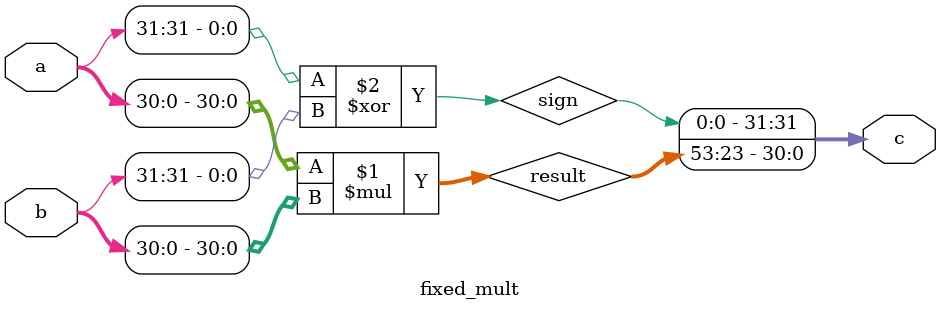
<source format=v>

`timescale 1ns / 100ps
`include "common.h"

module fixed_mult
(
    // input
    a,
    b,
    // output
    c
);

parameter WL = 32;
parameter IWL = 8;

// input
input wire [WL-1:0] a;
input wire [WL-1:0] b;

// output
output wire [WL-1:0] c;


// internal
wire [2*(WL-1)-1:0] result;
wire sign;
wire overflow;

assign result = a[WL-2:0] * b[WL-2:0];
assign sign = a[WL-1]^b[WL-1];

assign c = {sign,result[IWL+2*(WL-IWL-1)-1-:WL-1]};

assign overflow = (result[2*(WL-1)-1:IWL+2*(WL-IWL)] > 'b0) ? 1'b1 : 1'b0;

endmodule

</source>
